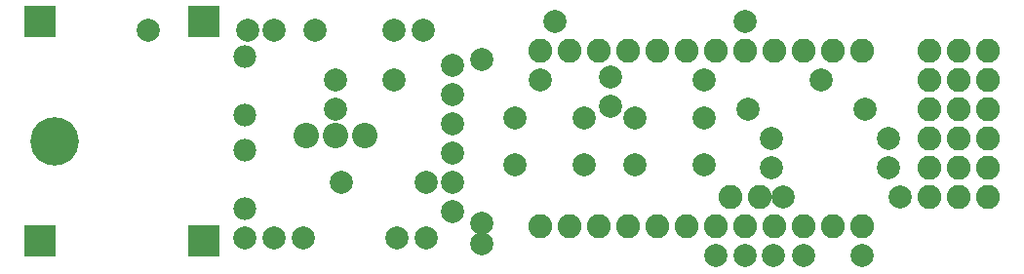
<source format=gbs>
G04 ---------------------------- Layer name :BOTTOM SOLDER LAYER*
G04 EasyEDA v5.7.26, Thu, 04 Oct 2018 12:13:59 GMT*
G04 e11fa12ddf3342f3b0456b56dc4c62e0*
G04 Gerber Generator version 0.2*
G04 Scale: 100 percent, Rotated: No, Reflected: No *
G04 Dimensions in millimeters *
G04 leading zeros omitted , absolute positions ,3 integer and 3 decimal *
%FSLAX33Y33*%
%MOMM*%
G90*
G71D02*

%ADD29C,2.083206*%
%ADD30C,2.203196*%
%ADD31C,1.981200*%
%ADD32C,2.003196*%
%ADD33C,2.082800*%
%ADD34R,2.743200X2.743200*%
%ADD35C,4.203192*%

%LPD*%
G54D29*
G01X65024Y7874D03*
G01X62484Y7874D03*
G54D30*
G01X30734Y13208D03*
G01X28194Y13208D03*
G01X25654Y13208D03*
G54D31*
G01X20320Y6858D03*
G01X20320Y11938D03*
G01X20320Y14986D03*
G01X20320Y20066D03*
G54D32*
G01X61214Y2794D03*
G01X66212Y2794D03*
G01X52070Y18288D03*
G01X52070Y15748D03*
G01X49784Y14732D03*
G01X43784Y14732D03*
G01X49784Y10731D03*
G01X43784Y10731D03*
G01X60198Y14732D03*
G01X54198Y14732D03*
G01X60198Y10731D03*
G01X54198Y10731D03*
G54D33*
G01X45974Y5334D03*
G01X48514Y5334D03*
G01X51054Y5334D03*
G01X53594Y5334D03*
G01X56134Y5334D03*
G01X58674Y5334D03*
G01X61214Y5334D03*
G01X63754Y5334D03*
G01X66294Y5334D03*
G01X68834Y5334D03*
G01X71374Y5334D03*
G01X73914Y5334D03*
G01X73914Y20574D03*
G01X71374Y20574D03*
G01X68834Y20574D03*
G01X66294Y20574D03*
G01X63754Y20574D03*
G01X61214Y20574D03*
G01X58674Y20574D03*
G01X56134Y20574D03*
G01X53594Y20574D03*
G01X51054Y20574D03*
G01X48514Y20574D03*
G01X45974Y20574D03*
G54D32*
G01X60198Y18034D03*
G01X70358Y18034D03*
G01X64008Y15494D03*
G01X74168Y15494D03*
G01X66040Y12954D03*
G01X76200Y12954D03*
G01X66040Y10414D03*
G01X76200Y10414D03*
G01X67056Y7874D03*
G01X77216Y7874D03*
G01X63754Y2794D03*
G01X73914Y2794D03*
G54D33*
G01X79756Y20574D03*
G01X82296Y20574D03*
G01X84836Y20574D03*
G01X79756Y18034D03*
G01X82296Y18034D03*
G01X84836Y18034D03*
G01X79756Y15494D03*
G01X82296Y15494D03*
G01X84836Y15494D03*
G01X79756Y12954D03*
G01X82296Y12954D03*
G01X84836Y12954D03*
G01X79756Y10414D03*
G01X82296Y10414D03*
G01X84836Y10414D03*
G01X79756Y7874D03*
G01X82296Y7874D03*
G01X84836Y7874D03*
G54D32*
G01X20574Y22352D03*
G01X22860Y22352D03*
G01X33274Y22352D03*
G01X35814Y22352D03*
G01X20320Y4318D03*
G01X22860Y4318D03*
G01X25400Y4318D03*
G01X33528Y4318D03*
G01X36068Y4318D03*
G54D34*
G01X2540Y4064D03*
G01X16764Y4064D03*
G01X2540Y23114D03*
G01X16764Y23114D03*
G54D32*
G01X38354Y19304D03*
G01X38354Y16764D03*
G01X38354Y14224D03*
G01X38354Y11684D03*
G01X38354Y9144D03*
G01X38354Y6604D03*
G01X28702Y9144D03*
G01X36068Y9144D03*
G01X40894Y3810D03*
G01X45974Y18034D03*
G01X33274Y18034D03*
G01X68834Y2794D03*
G01X47244Y23114D03*
G01X40894Y19812D03*
G01X28194Y18034D03*
G01X28194Y15494D03*
G54D35*
G01X3810Y12700D03*
G54D32*
G01X40894Y5588D03*
G01X63754Y23114D03*
G01X11938Y22352D03*
G01X26416Y22352D03*
M00*
M02*

</source>
